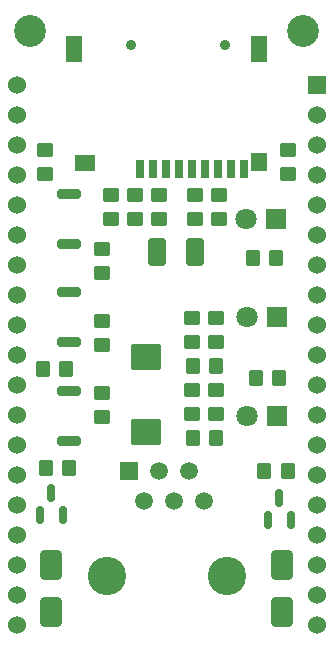
<source format=gbr>
%TF.GenerationSoftware,KiCad,Pcbnew,7.0.8*%
%TF.CreationDate,2023-10-30T21:57:11-05:00*%
%TF.ProjectId,fujinet-adam-devkit-mini,66756a69-6e65-4742-9d61-64616d2d6465,rev?*%
%TF.SameCoordinates,Original*%
%TF.FileFunction,Soldermask,Top*%
%TF.FilePolarity,Negative*%
%FSLAX46Y46*%
G04 Gerber Fmt 4.6, Leading zero omitted, Abs format (unit mm)*
G04 Created by KiCad (PCBNEW 7.0.8) date 2023-10-30 21:57:11*
%MOMM*%
%LPD*%
G01*
G04 APERTURE LIST*
G04 Aperture macros list*
%AMRoundRect*
0 Rectangle with rounded corners*
0 $1 Rounding radius*
0 $2 $3 $4 $5 $6 $7 $8 $9 X,Y pos of 4 corners*
0 Add a 4 corners polygon primitive as box body*
4,1,4,$2,$3,$4,$5,$6,$7,$8,$9,$2,$3,0*
0 Add four circle primitives for the rounded corners*
1,1,$1+$1,$2,$3*
1,1,$1+$1,$4,$5*
1,1,$1+$1,$6,$7*
1,1,$1+$1,$8,$9*
0 Add four rect primitives between the rounded corners*
20,1,$1+$1,$2,$3,$4,$5,0*
20,1,$1+$1,$4,$5,$6,$7,0*
20,1,$1+$1,$6,$7,$8,$9,0*
20,1,$1+$1,$8,$9,$2,$3,0*%
G04 Aperture macros list end*
%ADD10RoundRect,0.250000X0.450000X-0.350000X0.450000X0.350000X-0.450000X0.350000X-0.450000X-0.350000X0*%
%ADD11RoundRect,0.150000X0.150000X-0.587500X0.150000X0.587500X-0.150000X0.587500X-0.150000X-0.587500X0*%
%ADD12RoundRect,0.250000X-0.350000X-0.450000X0.350000X-0.450000X0.350000X0.450000X-0.350000X0.450000X0*%
%ADD13RoundRect,0.250000X-0.450000X0.350000X-0.450000X-0.350000X0.450000X-0.350000X0.450000X0.350000X0*%
%ADD14RoundRect,0.200000X0.800000X-0.200000X0.800000X0.200000X-0.800000X0.200000X-0.800000X-0.200000X0*%
%ADD15C,0.900000*%
%ADD16R,0.700000X1.600000*%
%ADD17R,1.400000X1.600000*%
%ADD18R,1.400000X2.200000*%
%ADD19R,1.800000X1.400000*%
%ADD20C,3.250000*%
%ADD21R,1.520000X1.520000*%
%ADD22C,1.520000*%
%ADD23RoundRect,0.250000X0.650000X-1.000000X0.650000X1.000000X-0.650000X1.000000X-0.650000X-1.000000X0*%
%ADD24C,2.700000*%
%ADD25RoundRect,0.250000X1.025000X-0.875000X1.025000X0.875000X-1.025000X0.875000X-1.025000X-0.875000X0*%
%ADD26RoundRect,0.250001X0.499999X0.924999X-0.499999X0.924999X-0.499999X-0.924999X0.499999X-0.924999X0*%
%ADD27R,1.800000X1.800000*%
%ADD28C,1.800000*%
%ADD29RoundRect,0.250000X0.350000X0.450000X-0.350000X0.450000X-0.350000X-0.450000X0.350000X-0.450000X0*%
%ADD30RoundRect,0.250000X-0.650000X1.000000X-0.650000X-1.000000X0.650000X-1.000000X0.650000X1.000000X0*%
%ADD31R,1.530000X1.530000*%
%ADD32C,1.530000*%
G04 APERTURE END LIST*
D10*
%TO.C,R21*%
X138684000Y-112506000D03*
X138684000Y-110506000D03*
%TD*%
D11*
%TO.C,Q2*%
X133416000Y-120825500D03*
X135316000Y-120825500D03*
X134366000Y-118950500D03*
%TD*%
D12*
%TO.C,R10*%
X146320000Y-114300000D03*
X148320000Y-114300000D03*
%TD*%
D13*
%TO.C,R1*%
X154432000Y-89932000D03*
X154432000Y-91932000D03*
%TD*%
D14*
%TO.C,SW3*%
X135890000Y-114547000D03*
X135890000Y-110347000D03*
%TD*%
D15*
%TO.C,P1*%
X149075000Y-81006600D03*
X141075000Y-81006600D03*
D16*
X141875000Y-91506600D03*
X142975000Y-91506600D03*
X144075000Y-91506600D03*
X145175000Y-91506600D03*
X146275000Y-91506600D03*
X147375000Y-91506600D03*
X148475000Y-91506600D03*
X149575000Y-91506600D03*
X150675000Y-91506600D03*
D17*
X151975000Y-90906600D03*
D18*
X151975000Y-81406600D03*
X136275000Y-81406600D03*
D19*
X137175000Y-91006600D03*
%TD*%
D20*
%TO.C,J1*%
X139034000Y-125984000D03*
X149194000Y-125984000D03*
D21*
X140944000Y-117094000D03*
D22*
X142214000Y-119634000D03*
X143484000Y-117094000D03*
X144754000Y-119634000D03*
X146024000Y-117094000D03*
X147294000Y-119634000D03*
%TD*%
D10*
%TO.C,R20*%
X138684000Y-106410000D03*
X138684000Y-104410000D03*
%TD*%
D13*
%TO.C,R4*%
X148590000Y-93742000D03*
X148590000Y-95742000D03*
%TD*%
D10*
%TO.C,R12*%
X146304000Y-112268000D03*
X146304000Y-110268000D03*
%TD*%
%TO.C,R14*%
X133858000Y-91932000D03*
X133858000Y-89932000D03*
%TD*%
D11*
%TO.C,Q1*%
X152720000Y-121255000D03*
X154620000Y-121255000D03*
X153670000Y-119380000D03*
%TD*%
D13*
%TO.C,R17*%
X148336000Y-104140000D03*
X148336000Y-106140000D03*
%TD*%
D23*
%TO.C,D4*%
X153924000Y-129032000D03*
X153924000Y-125032000D03*
%TD*%
D14*
%TO.C,SW1*%
X135890000Y-93658000D03*
X135890000Y-97858000D03*
%TD*%
D24*
%TO.C,H2*%
X155702000Y-79883000D03*
%TD*%
D25*
%TO.C,C2*%
X142367000Y-113817000D03*
X142367000Y-107417000D03*
%TD*%
D14*
%TO.C,SW2*%
X135890000Y-101972000D03*
X135890000Y-106172000D03*
%TD*%
D26*
%TO.C,C1*%
X146532000Y-98552000D03*
X143282000Y-98552000D03*
%TD*%
D27*
%TO.C,D2*%
X153421000Y-104072000D03*
D28*
X150881000Y-104072000D03*
%TD*%
D29*
%TO.C,R8*%
X153654000Y-109220000D03*
X151654000Y-109220000D03*
%TD*%
D10*
%TO.C,R19*%
X138684000Y-100314000D03*
X138684000Y-98314000D03*
%TD*%
D13*
%TO.C,R5*%
X139446000Y-93742000D03*
X139446000Y-95742000D03*
%TD*%
D10*
%TO.C,R18*%
X146304000Y-106140000D03*
X146304000Y-104140000D03*
%TD*%
D29*
%TO.C,R7*%
X153400000Y-99060000D03*
X151400000Y-99060000D03*
%TD*%
%TO.C,R9*%
X135620000Y-108458000D03*
X133620000Y-108458000D03*
%TD*%
D13*
%TO.C,R6*%
X141478000Y-93742000D03*
X141478000Y-95742000D03*
%TD*%
D12*
%TO.C,R16*%
X152400000Y-117094000D03*
X154400000Y-117094000D03*
%TD*%
D29*
%TO.C,R15*%
X135874000Y-116840000D03*
X133874000Y-116840000D03*
%TD*%
D10*
%TO.C,R11*%
X148336000Y-112268000D03*
X148336000Y-110268000D03*
%TD*%
D27*
%TO.C,D1*%
X153416000Y-95758000D03*
D28*
X150876000Y-95758000D03*
%TD*%
D30*
%TO.C,D5*%
X134366000Y-125032000D03*
X134366000Y-129032000D03*
%TD*%
D27*
%TO.C,D3*%
X153421000Y-112447000D03*
D28*
X150881000Y-112447000D03*
%TD*%
D13*
%TO.C,R3*%
X146558000Y-93742000D03*
X146558000Y-95742000D03*
%TD*%
D29*
%TO.C,R13*%
X148320000Y-108204000D03*
X146320000Y-108204000D03*
%TD*%
D13*
%TO.C,R2*%
X143510000Y-93742000D03*
X143510000Y-95742000D03*
%TD*%
D24*
%TO.C,H1*%
X132588000Y-79883000D03*
%TD*%
D31*
%TO.C,U1*%
X156845000Y-84455000D03*
D32*
X156845000Y-86995000D03*
X156845000Y-89535000D03*
X156845000Y-92075000D03*
X156845000Y-94615000D03*
X156845000Y-97155000D03*
X156845000Y-99695000D03*
X156845000Y-102235000D03*
X156845000Y-104775000D03*
X156845000Y-107315000D03*
X156845000Y-109855000D03*
X156845000Y-112395000D03*
X156845000Y-114935000D03*
X156845000Y-117475000D03*
X156845000Y-120015000D03*
X156845000Y-122555000D03*
X156845000Y-125095000D03*
X156845000Y-127635000D03*
X156845000Y-130175000D03*
X131445000Y-130175000D03*
X131445000Y-127635000D03*
X131445000Y-125095000D03*
X131445000Y-122555000D03*
X131445000Y-120015000D03*
X131445000Y-117475000D03*
X131445000Y-114935000D03*
X131445000Y-112395000D03*
X131445000Y-109855000D03*
X131445000Y-107315000D03*
X131445000Y-104775000D03*
X131445000Y-102235000D03*
X131445000Y-99695000D03*
X131445000Y-97155000D03*
X131445000Y-94615000D03*
X131445000Y-92075000D03*
X131445000Y-89535000D03*
X131445000Y-86995000D03*
X131445000Y-84455000D03*
%TD*%
M02*

</source>
